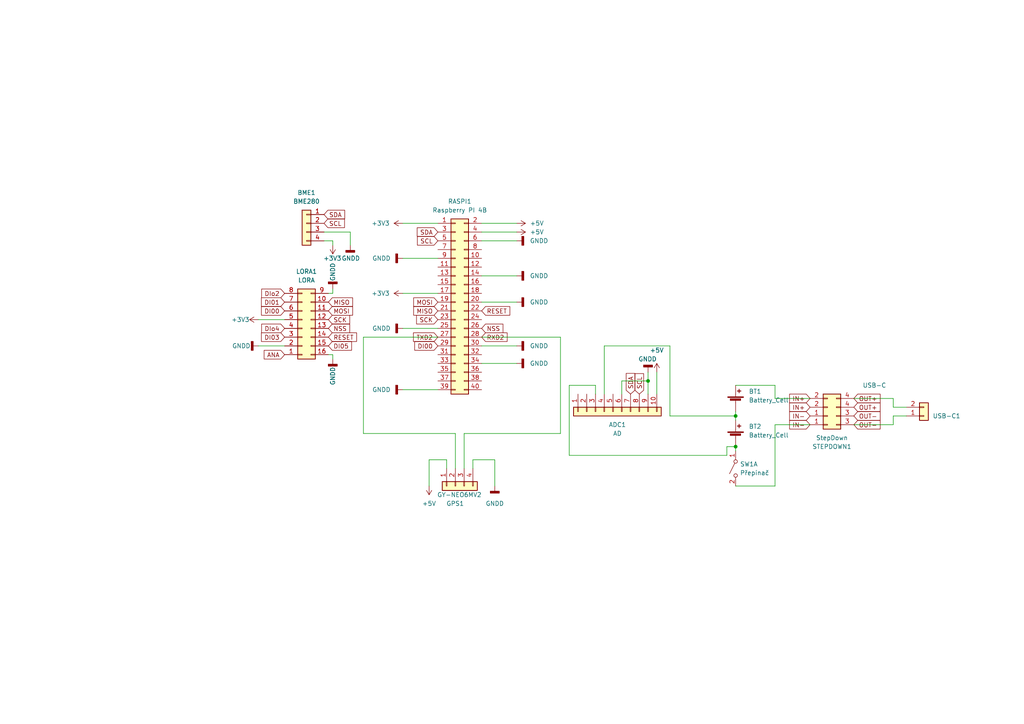
<source format=kicad_sch>
(kicad_sch (version 20211123) (generator eeschema)
  (paper "A4")
  (lib_symbols
    (symbol "Connector_Generic:Conn_01x02" (pin_names (offset 1.016) hide)
      (property "Reference" "J" (at 0 2.54 0))
      (property "Value" "Conn_01x02" (at 0 -5.08 0))
      (symbol "Conn_01x02_1_1"
        (rectangle (start -1.27 -2.413) (end 0 -2.667) (stroke (width 0.1524)))
        (rectangle (start -1.27 0.127) (end 0 -0.127) (stroke (width 0.1524)))
        (rectangle (start -1.27 1.27) (end 1.27 -3.81) (stroke (width 0.254)) (fill (type background)))
        (pin passive line (at -5.08 0 0) (length 3.81) (name "Pin_1") (number "1"))
        (pin passive line (at -5.08 -2.54 0) (length 3.81) (name "Pin_2") (number "2"))
      )
    )
    (symbol "Connector_Generic:Conn_01x04" (pin_names (offset 1.016) hide)
      (property "Reference" "J" (at 0 5.08 0))
      (property "Value" "Conn_01x04" (at 0 -7.62 0))
      (symbol "Conn_01x04_1_1"
        (rectangle (start -1.27 -4.953) (end 0 -5.207) (stroke (width 0.1524)))
        (rectangle (start -1.27 -2.413) (end 0 -2.667) (stroke (width 0.1524)))
        (rectangle (start -1.27 0.127) (end 0 -0.127) (stroke (width 0.1524)))
        (rectangle (start -1.27 2.667) (end 0 2.413) (stroke (width 0.1524)))
        (rectangle (start -1.27 3.81) (end 1.27 -6.35) (stroke (width 0.254)) (fill (type background)))
        (pin passive line (at -5.08 2.54 0) (length 3.81) (name "Pin_1") (number "1"))
        (pin passive line (at -5.08 0 0) (length 3.81) (name "Pin_2") (number "2"))
        (pin passive line (at -5.08 -2.54 0) (length 3.81) (name "Pin_3") (number "3"))
        (pin passive line (at -5.08 -5.08 0) (length 3.81) (name "Pin_4") (number "4"))
      )
    )
    (symbol "Connector_Generic:Conn_01x10" (pin_names (offset 1.016) hide)
      (property "Reference" "J" (at 0 12.7 0))
      (property "Value" "Conn_01x10" (at 0 -15.24 0))
      (symbol "Conn_01x10_1_1"
        (rectangle (start -1.27 -12.573) (end 0 -12.827) (stroke (width 0.1524)))
        (rectangle (start -1.27 -10.033) (end 0 -10.287) (stroke (width 0.1524)))
        (rectangle (start -1.27 -7.493) (end 0 -7.747) (stroke (width 0.1524)))
        (rectangle (start -1.27 -4.953) (end 0 -5.207) (stroke (width 0.1524)))
        (rectangle (start -1.27 -2.413) (end 0 -2.667) (stroke (width 0.1524)))
        (rectangle (start -1.27 0.127) (end 0 -0.127) (stroke (width 0.1524)))
        (rectangle (start -1.27 2.667) (end 0 2.413) (stroke (width 0.1524)))
        (rectangle (start -1.27 5.207) (end 0 4.953) (stroke (width 0.1524)))
        (rectangle (start -1.27 7.747) (end 0 7.493) (stroke (width 0.1524)))
        (rectangle (start -1.27 10.287) (end 0 10.033) (stroke (width 0.1524)))
        (rectangle (start -1.27 11.43) (end 1.27 -13.97) (stroke (width 0.254)) (fill (type background)))
        (pin passive line (at -5.08 10.16 0) (length 3.81) (name "Pin_1") (number "1"))
        (pin passive line (at -5.08 -12.7 0) (length 3.81) (name "Pin_10") (number "10"))
        (pin passive line (at -5.08 7.62 0) (length 3.81) (name "Pin_2") (number "2"))
        (pin passive line (at -5.08 5.08 0) (length 3.81) (name "Pin_3") (number "3"))
        (pin passive line (at -5.08 2.54 0) (length 3.81) (name "Pin_4") (number "4"))
        (pin passive line (at -5.08 0 0) (length 3.81) (name "Pin_5") (number "5"))
        (pin passive line (at -5.08 -2.54 0) (length 3.81) (name "Pin_6") (number "6"))
        (pin passive line (at -5.08 -5.08 0) (length 3.81) (name "Pin_7") (number "7"))
        (pin passive line (at -5.08 -7.62 0) (length 3.81) (name "Pin_8") (number "8"))
        (pin passive line (at -5.08 -10.16 0) (length 3.81) (name "Pin_9") (number "9"))
      )
    )
    (symbol "Connector_Generic:Conn_02x04_Odd_Even" (pin_names (offset 1.016) hide)
      (property "Reference" "J?" (at 1.27 8.89 0))
      (property "Value" "StepDown" (at 1.27 6.35 0))
      (symbol "Conn_02x04_Odd_Even_1_1"
        (rectangle (start -1.27 -4.953) (end 0 -5.207) (stroke (width 0.1524)))
        (rectangle (start -1.27 -2.413) (end 0 -2.667) (stroke (width 0.1524)))
        (rectangle (start -1.27 0.127) (end 0 -0.127) (stroke (width 0.1524)))
        (rectangle (start -1.27 2.667) (end 0 2.413) (stroke (width 0.1524)))
        (rectangle (start -1.27 3.81) (end 3.81 -6.35) (stroke (width 0.254)) (fill (type background)))
        (rectangle (start 3.81 -4.953) (end 2.54 -5.207) (stroke (width 0.1524)))
        (rectangle (start 3.81 -2.413) (end 2.54 -2.667) (stroke (width 0.1524)))
        (rectangle (start 3.81 0.127) (end 2.54 -0.127) (stroke (width 0.1524)))
        (rectangle (start 3.81 2.667) (end 2.54 2.413) (stroke (width 0.1524)))
        (pin passive line (at -5.08 2.54 0) (length 3.81) (name "Pin_1") (number "1"))
        (pin passive line (at -5.08 0 0) (length 3.81) (name "Pin_3") (number "1"))
        (pin passive line (at -5.08 -2.54 0) (length 3.81) (name "Pin_5") (number "2"))
        (pin passive line (at -5.08 -5.08 0) (length 3.81) (name "Pin_7") (number "2"))
        (pin passive line (at 7.62 2.54 180) (length 3.81) (name "Pin_2") (number "3"))
        (pin passive line (at 7.62 0 180) (length 3.81) (name "Pin_4") (number "3"))
        (pin passive line (at 7.62 -2.54 180) (length 3.81) (name "Pin_6") (number "4"))
        (pin passive line (at 7.62 -5.08 180) (length 3.81) (name "Pin_8") (number "4"))
      )
    )
    (symbol "Connector_Generic:Conn_02x08_Counter_Clockwise" (pin_names (offset 1.016) hide)
      (property "Reference" "J" (at 1.27 10.16 0))
      (property "Value" "Conn_02x08_Counter_Clockwise" (at 1.27 -12.7 0))
      (symbol "Conn_02x08_Counter_Clockwise_1_1"
        (rectangle (start -1.27 -10.033) (end 0 -10.287) (stroke (width 0.1524)))
        (rectangle (start -1.27 -7.493) (end 0 -7.747) (stroke (width 0.1524)))
        (rectangle (start -1.27 -4.953) (end 0 -5.207) (stroke (width 0.1524)))
        (rectangle (start -1.27 -2.413) (end 0 -2.667) (stroke (width 0.1524)))
        (rectangle (start -1.27 0.127) (end 0 -0.127) (stroke (width 0.1524)))
        (rectangle (start -1.27 2.667) (end 0 2.413) (stroke (width 0.1524)))
        (rectangle (start -1.27 5.207) (end 0 4.953) (stroke (width 0.1524)))
        (rectangle (start -1.27 7.747) (end 0 7.493) (stroke (width 0.1524)))
        (rectangle (start -1.27 8.89) (end 3.81 -11.43) (stroke (width 0.254)) (fill (type background)))
        (rectangle (start 3.81 -10.033) (end 2.54 -10.287) (stroke (width 0.1524)))
        (rectangle (start 3.81 -7.493) (end 2.54 -7.747) (stroke (width 0.1524)))
        (rectangle (start 3.81 -4.953) (end 2.54 -5.207) (stroke (width 0.1524)))
        (rectangle (start 3.81 -2.413) (end 2.54 -2.667) (stroke (width 0.1524)))
        (rectangle (start 3.81 0.127) (end 2.54 -0.127) (stroke (width 0.1524)))
        (rectangle (start 3.81 2.667) (end 2.54 2.413) (stroke (width 0.1524)))
        (rectangle (start 3.81 5.207) (end 2.54 4.953) (stroke (width 0.1524)))
        (rectangle (start 3.81 7.747) (end 2.54 7.493) (stroke (width 0.1524)))
        (pin passive line (at -5.08 7.62 0) (length 3.81) (name "Pin_1") (number "1"))
        (pin passive line (at 7.62 -7.62 180) (length 3.81) (name "Pin_10") (number "10"))
        (pin passive line (at 7.62 -5.08 180) (length 3.81) (name "Pin_11") (number "11"))
        (pin passive line (at 7.62 -2.54 180) (length 3.81) (name "Pin_12") (number "12"))
        (pin passive line (at 7.62 0 180) (length 3.81) (name "Pin_13") (number "13"))
        (pin passive line (at 7.62 2.54 180) (length 3.81) (name "Pin_14") (number "14"))
        (pin passive line (at 7.62 5.08 180) (length 3.81) (name "Pin_15") (number "15"))
        (pin passive line (at 7.62 7.62 180) (length 3.81) (name "Pin_16") (number "16"))
        (pin passive line (at -5.08 5.08 0) (length 3.81) (name "Pin_2") (number "2"))
        (pin passive line (at -5.08 2.54 0) (length 3.81) (name "Pin_3") (number "3"))
        (pin passive line (at -5.08 0 0) (length 3.81) (name "Pin_4") (number "4"))
        (pin passive line (at -5.08 -2.54 0) (length 3.81) (name "Pin_5") (number "5"))
        (pin passive line (at -5.08 -5.08 0) (length 3.81) (name "Pin_6") (number "6"))
        (pin passive line (at -5.08 -7.62 0) (length 3.81) (name "Pin_7") (number "7"))
        (pin passive line (at -5.08 -10.16 0) (length 3.81) (name "Pin_8") (number "8"))
        (pin passive line (at 7.62 -10.16 180) (length 3.81) (name "Pin_9") (number "9"))
      )
    )
    (symbol "Connector_Generic:Conn_02x20_Odd_Even" (pin_names (offset 1.016) hide)
      (property "Reference" "J" (at 1.27 25.4 0))
      (property "Value" "Conn_02x20_Odd_Even" (at 1.27 -27.94 0))
      (symbol "Conn_02x20_Odd_Even_1_1"
        (rectangle (start -1.27 -25.273) (end 0 -25.527) (stroke (width 0.1524)))
        (rectangle (start -1.27 -22.733) (end 0 -22.987) (stroke (width 0.1524)))
        (rectangle (start -1.27 -20.193) (end 0 -20.447) (stroke (width 0.1524)))
        (rectangle (start -1.27 -17.653) (end 0 -17.907) (stroke (width 0.1524)))
        (rectangle (start -1.27 -15.113) (end 0 -15.367) (stroke (width 0.1524)))
        (rectangle (start -1.27 -12.573) (end 0 -12.827) (stroke (width 0.1524)))
        (rectangle (start -1.27 -10.033) (end 0 -10.287) (stroke (width 0.1524)))
        (rectangle (start -1.27 -7.493) (end 0 -7.747) (stroke (width 0.1524)))
        (rectangle (start -1.27 -4.953) (end 0 -5.207) (stroke (width 0.1524)))
        (rectangle (start -1.27 -2.413) (end 0 -2.667) (stroke (width 0.1524)))
        (rectangle (start -1.27 0.127) (end 0 -0.127) (stroke (width 0.1524)))
        (rectangle (start -1.27 2.667) (end 0 2.413) (stroke (width 0.1524)))
        (rectangle (start -1.27 5.207) (end 0 4.953) (stroke (width 0.1524)))
        (rectangle (start -1.27 7.747) (end 0 7.493) (stroke (width 0.1524)))
        (rectangle (start -1.27 10.287) (end 0 10.033) (stroke (width 0.1524)))
        (rectangle (start -1.27 12.827) (end 0 12.573) (stroke (width 0.1524)))
        (rectangle (start -1.27 15.367) (end 0 15.113) (stroke (width 0.1524)))
        (rectangle (start -1.27 17.907) (end 0 17.653) (stroke (width 0.1524)))
        (rectangle (start -1.27 20.447) (end 0 20.193) (stroke (width 0.1524)))
        (rectangle (start -1.27 22.987) (end 0 22.733) (stroke (width 0.1524)))
        (rectangle (start -1.27 24.13) (end 3.81 -26.67) (stroke (width 0.254)) (fill (type background)))
        (rectangle (start 3.81 -25.273) (end 2.54 -25.527) (stroke (width 0.1524)))
        (rectangle (start 3.81 -22.733) (end 2.54 -22.987) (stroke (width 0.1524)))
        (rectangle (start 3.81 -20.193) (end 2.54 -20.447) (stroke (width 0.1524)))
        (rectangle (start 3.81 -17.653) (end 2.54 -17.907) (stroke (width 0.1524)))
        (rectangle (start 3.81 -15.113) (end 2.54 -15.367) (stroke (width 0.1524)))
        (rectangle (start 3.81 -12.573) (end 2.54 -12.827) (stroke (width 0.1524)))
        (rectangle (start 3.81 -10.033) (end 2.54 -10.287) (stroke (width 0.1524)))
        (rectangle (start 3.81 -7.493) (end 2.54 -7.747) (stroke (width 0.1524)))
        (rectangle (start 3.81 -4.953) (end 2.54 -5.207) (stroke (width 0.1524)))
        (rectangle (start 3.81 -2.413) (end 2.54 -2.667) (stroke (width 0.1524)))
        (rectangle (start 3.81 0.127) (end 2.54 -0.127) (stroke (width 0.1524)))
        (rectangle (start 3.81 2.667) (end 2.54 2.413) (stroke (width 0.1524)))
        (rectangle (start 3.81 5.207) (end 2.54 4.953) (stroke (width 0.1524)))
        (rectangle (start 3.81 7.747) (end 2.54 7.493) (stroke (width 0.1524)))
        (rectangle (start 3.81 10.287) (end 2.54 10.033) (stroke (width 0.1524)))
        (rectangle (start 3.81 12.827) (end 2.54 12.573) (stroke (width 0.1524)))
        (rectangle (start 3.81 15.367) (end 2.54 15.113) (stroke (width 0.1524)))
        (rectangle (start 3.81 17.907) (end 2.54 17.653) (stroke (width 0.1524)))
        (rectangle (start 3.81 20.447) (end 2.54 20.193) (stroke (width 0.1524)))
        (rectangle (start 3.81 22.987) (end 2.54 22.733) (stroke (width 0.1524)))
        (pin passive line (at -5.08 22.86 0) (length 3.81) (name "Pin_1") (number "1"))
        (pin passive line (at 7.62 12.7 180) (length 3.81) (name "Pin_10") (number "10"))
        (pin passive line (at -5.08 10.16 0) (length 3.81) (name "Pin_11") (number "11"))
        (pin passive line (at 7.62 10.16 180) (length 3.81) (name "Pin_12") (number "12"))
        (pin passive line (at -5.08 7.62 0) (length 3.81) (name "Pin_13") (number "13"))
        (pin passive line (at 7.62 7.62 180) (length 3.81) (name "Pin_14") (number "14"))
        (pin passive line (at -5.08 5.08 0) (length 3.81) (name "Pin_15") (number "15"))
        (pin passive line (at 7.62 5.08 180) (length 3.81) (name "Pin_16") (number "16"))
        (pin passive line (at -5.08 2.54 0) (length 3.81) (name "Pin_17") (number "17"))
        (pin passive line (at 7.62 2.54 180) (length 3.81) (name "Pin_18") (number "18"))
        (pin passive line (at -5.08 0 0) (length 3.81) (name "Pin_19") (number "19"))
        (pin passive line (at 7.62 22.86 180) (length 3.81) (name "Pin_2") (number "2"))
        (pin passive line (at 7.62 0 180) (length 3.81) (name "Pin_20") (number "20"))
        (pin passive line (at -5.08 -2.54 0) (length 3.81) (name "Pin_21") (number "21"))
        (pin passive line (at 7.62 -2.54 180) (length 3.81) (name "Pin_22") (number "22"))
        (pin passive line (at -5.08 -5.08 0) (length 3.81) (name "Pin_23") (number "23"))
        (pin passive line (at 7.62 -5.08 180) (length 3.81) (name "Pin_24") (number "24"))
        (pin passive line (at -5.08 -7.62 0) (length 3.81) (name "Pin_25") (number "25"))
        (pin passive line (at 7.62 -7.62 180) (length 3.81) (name "Pin_26") (number "26"))
        (pin passive line (at -5.08 -10.16 0) (length 3.81) (name "Pin_27") (number "27"))
        (pin passive line (at 7.62 -10.16 180) (length 3.81) (name "Pin_28") (number "28"))
        (pin passive line (at -5.08 -12.7 0) (length 3.81) (name "Pin_29") (number "29"))
        (pin passive line (at -5.08 20.32 0) (length 3.81) (name "Pin_3") (number "3"))
        (pin passive line (at 7.62 -12.7 180) (length 3.81) (name "Pin_30") (number "30"))
        (pin passive line (at -5.08 -15.24 0) (length 3.81) (name "Pin_31") (number "31"))
        (pin passive line (at 7.62 -15.24 180) (length 3.81) (name "Pin_32") (number "32"))
        (pin passive line (at -5.08 -17.78 0) (length 3.81) (name "Pin_33") (number "33"))
        (pin passive line (at 7.62 -17.78 180) (length 3.81) (name "Pin_34") (number "34"))
        (pin passive line (at -5.08 -20.32 0) (length 3.81) (name "Pin_35") (number "35"))
        (pin passive line (at 7.62 -20.32 180) (length 3.81) (name "Pin_36") (number "36"))
        (pin passive line (at -5.08 -22.86 0) (length 3.81) (name "Pin_37") (number "37"))
        (pin passive line (at 7.62 -22.86 180) (length 3.81) (name "Pin_38") (number "38"))
        (pin passive line (at -5.08 -25.4 0) (length 3.81) (name "Pin_39") (number "39"))
        (pin passive line (at 7.62 20.32 180) (length 3.81) (name "Pin_4") (number "4"))
        (pin passive line (at 7.62 -25.4 180) (length 3.81) (name "Pin_40") (number "40"))
        (pin passive line (at -5.08 17.78 0) (length 3.81) (name "Pin_5") (number "5"))
        (pin passive line (at 7.62 17.78 180) (length 3.81) (name "Pin_6") (number "6"))
        (pin passive line (at -5.08 15.24 0) (length 3.81) (name "Pin_7") (number "7"))
        (pin passive line (at 7.62 15.24 180) (length 3.81) (name "Pin_8") (number "8"))
        (pin passive line (at -5.08 12.7 0) (length 3.81) (name "Pin_9") (number "9"))
      )
    )
    (symbol "Device:Battery_Cell" (pin_numbers hide) (pin_names (offset 0) hide)
      (property "Reference" "BT" (at 2.54 2.54 0))
      (property "Value" "Battery_Cell" (at 2.54 0 0))
      (symbol "Battery_Cell_0_1"
        (rectangle (start -2.286 1.778) (end 2.286 1.524) (fill (type outline)))
        (rectangle (start -1.5748 1.1938) (end 1.4732 0.6858) (fill (type outline)))
        (polyline (pts (xy 0 0.762) (xy 0 0)))
        (polyline (pts (xy 0 1.778) (xy 0 2.54)))
        (polyline (pts (xy 0.508 3.429) (xy 1.524 3.429)) (stroke (width 0.254)))
        (polyline (pts (xy 1.016 3.937) (xy 1.016 2.921)) (stroke (width 0.254)))
      )
      (symbol "Battery_Cell_1_1"
        (pin passive line (at 0 5.08 270) (length 2.54) (name "+") (number "1"))
        (pin passive line (at 0 -2.54 90) (length 2.54) (name "-") (number "2"))
      )
    )
    (symbol "Switch:SW_DPST_x2" (pin_names (offset 0) hide)
      (property "Reference" "SW" (at 0 3.175 0))
      (property "Value" "SW_DPST_x2" (at 0 -2.54 0))
      (symbol "SW_DPST_x2_0_0"
        (circle (center -2.032 0) (radius 0.508))
        (polyline (pts (xy -1.524 0.254) (xy 1.524 1.778)))
        (circle (center 2.032 0) (radius 0.508))
      )
      (symbol "SW_DPST_x2_1_1"
        (pin passive line (at -5.08 0 0) (length 2.54) (name "A") (number "1"))
        (pin passive line (at 5.08 0 180) (length 2.54) (name "B") (number "2"))
      )
      (symbol "SW_DPST_x2_2_1"
        (pin passive line (at -5.08 0 0) (length 2.54) (name "A") (number "3"))
        (pin passive line (at 5.08 0 180) (length 2.54) (name "B") (number "4"))
      )
    )
    (symbol "power:+3V3" (power) (pin_names (offset 0))
      (property "Value" "+3V3" (at 0 3.556 0))
      (symbol "+3V3_0_1"
        (polyline (pts (xy -0.762 1.27) (xy 0 2.54)))
        (polyline (pts (xy 0 0) (xy 0 2.54)))
        (polyline (pts (xy 0 2.54) (xy 0.762 1.27)))
      )
      (symbol "+3V3_1_1"
        (pin power_in line (at 0 0 90) (length 0) hide (name "+3V3") (number "1"))
      )
    )
    (symbol "power:+5V" (power) (pin_names (offset 0))
      (property "Value" "+5V" (at 0 3.556 0))
      (symbol "+5V_0_1"
        (polyline (pts (xy -0.762 1.27) (xy 0 2.54)))
        (polyline (pts (xy 0 0) (xy 0 2.54)))
        (polyline (pts (xy 0 2.54) (xy 0.762 1.27)))
      )
      (symbol "+5V_1_1"
        (pin power_in line (at 0 0 90) (length 0) hide (name "+5V") (number "1"))
      )
    )
    (symbol "power:GNDD" (power) (pin_names (offset 0))
      (property "Value" "GNDD" (at 0 -3.175 0))
      (symbol "GNDD_0_1"
        (rectangle (start -1.27 -1.524) (end 1.27 -2.032) (stroke (width 0.254)) (fill (type outline)))
        (polyline (pts (xy 0 0) (xy 0 -1.524)))
      )
      (symbol "GNDD_1_1"
        (pin power_in line (at 0 0 270) (length 0) hide (name "GNDD") (number "1"))
      )
    )
  )
  (junction (at 187.96 110.49))
  (junction (at 213.36 129.54))
  (junction (at 213.36 120.65))
  (wire (pts (xy 162.56 97.79) (xy 139.7 97.79)))
  (wire (pts (xy 213.36 120.65) (xy 213.36 121.92)))
  (wire (pts (xy 187.96 110.49) (xy 180.34 110.49)))
  (wire (pts (xy 139.7 64.77) (xy 149.86 64.77)))
  (wire (pts (xy 116.84 85.09) (xy 127 85.09)))
  (wire (pts (xy 105.41 97.79) (xy 127 97.79)))
  (wire (pts (xy 262.89 120.65) (xy 259.08 120.65)))
  (wire (pts (xy 162.56 125.73) (xy 162.56 97.79)))
  (wire (pts (xy 190.5 107.95) (xy 190.5 114.3)))
  (wire (pts (xy 74.93 92.71) (xy 82.55 92.71)))
  (wire (pts (xy 213.36 140.97) (xy 224.79 140.97)))
  (wire (pts (xy 165.1 111.76) (xy 165.1 132.08)))
  (wire (pts (xy 262.89 118.11) (xy 259.08 118.11)))
  (wire (pts (xy 96.52 71.12) (xy 96.52 69.85)))
  (wire (pts (xy 137.16 133.35) (xy 137.16 135.89)))
  (wire (pts (xy 74.93 100.33) (xy 82.55 100.33)))
  (wire (pts (xy 96.52 69.85) (xy 93.98 69.85)))
  (wire (pts (xy 213.36 111.76) (xy 224.79 111.76)))
  (wire (pts (xy 139.7 80.01) (xy 149.86 80.01)))
  (wire (pts (xy 224.79 115.57) (xy 234.95 115.57)))
  (wire (pts (xy 132.08 125.73) (xy 105.41 125.73)))
  (wire (pts (xy 116.84 74.93) (xy 127 74.93)))
  (wire (pts (xy 139.7 69.85) (xy 149.86 69.85)))
  (wire (pts (xy 134.62 135.89) (xy 134.62 125.73)))
  (wire (pts (xy 210.82 132.08) (xy 210.82 129.54)))
  (wire (pts (xy 259.08 123.19) (xy 247.65 123.19)))
  (wire (pts (xy 224.79 111.76) (xy 224.79 115.57)))
  (wire (pts (xy 105.41 125.73) (xy 105.41 97.79)))
  (wire (pts (xy 96.52 85.09) (xy 95.25 85.09)))
  (wire (pts (xy 259.08 118.11) (xy 259.08 115.57)))
  (wire (pts (xy 213.36 129.54) (xy 213.36 130.81)))
  (wire (pts (xy 134.62 125.73) (xy 162.56 125.73)))
  (wire (pts (xy 210.82 129.54) (xy 213.36 129.54)))
  (wire (pts (xy 175.26 100.33) (xy 175.26 114.3)))
  (wire (pts (xy 213.36 119.38) (xy 213.36 120.65)))
  (wire (pts (xy 129.54 135.89) (xy 129.54 133.35)))
  (wire (pts (xy 165.1 132.08) (xy 210.82 132.08)))
  (wire (pts (xy 194.31 100.33) (xy 175.26 100.33)))
  (wire (pts (xy 194.31 120.65) (xy 213.36 120.65)))
  (wire (pts (xy 187.96 107.95) (xy 187.96 110.49)))
  (wire (pts (xy 172.72 111.76) (xy 165.1 111.76)))
  (wire (pts (xy 132.08 135.89) (xy 132.08 125.73)))
  (wire (pts (xy 139.7 100.33) (xy 149.86 100.33)))
  (wire (pts (xy 95.25 102.87) (xy 96.52 102.87)))
  (wire (pts (xy 180.34 110.49) (xy 180.34 114.3)))
  (wire (pts (xy 101.6 67.31) (xy 101.6 71.12)))
  (wire (pts (xy 124.46 133.35) (xy 124.46 140.97)))
  (wire (pts (xy 139.7 87.63) (xy 149.86 87.63)))
  (wire (pts (xy 96.52 102.87) (xy 96.52 104.14)))
  (wire (pts (xy 259.08 120.65) (xy 259.08 123.19)))
  (wire (pts (xy 194.31 100.33) (xy 194.31 120.65)))
  (wire (pts (xy 224.79 123.19) (xy 234.95 123.19)))
  (wire (pts (xy 96.52 83.82) (xy 96.52 85.09)))
  (wire (pts (xy 143.51 133.35) (xy 143.51 140.97)))
  (wire (pts (xy 187.96 110.49) (xy 187.96 114.3)))
  (wire (pts (xy 224.79 123.19) (xy 224.79 140.97)))
  (wire (pts (xy 116.84 95.25) (xy 127 95.25)))
  (wire (pts (xy 137.16 133.35) (xy 143.51 133.35)))
  (wire (pts (xy 93.98 67.31) (xy 101.6 67.31)))
  (wire (pts (xy 116.84 113.03) (xy 127 113.03)))
  (wire (pts (xy 139.7 105.41) (xy 149.86 105.41)))
  (wire (pts (xy 116.84 64.77) (xy 127 64.77)))
  (wire (pts (xy 129.54 133.35) (xy 124.46 133.35)))
  (wire (pts (xy 247.65 115.57) (xy 259.08 115.57)))
  (wire (pts (xy 139.7 67.31) (xy 149.86 67.31)))
  (wire (pts (xy 172.72 114.3) (xy 172.72 111.76)))
  (global_label "SCK" (shape input) (at 95.25 92.71 0) (property "Intersheet References" "${INTERSHEET_REFS}" (effects hide)))
  (global_label "OUT+" (shape input) (at 247.65 115.57 0) (property "Intersheet References" "${INTERSHEET_REFS}" (effects hide)))
  (global_label "DI01" (shape input) (at 82.55 87.63 180) (property "Intersheet References" "${INTERSHEET_REFS}" (effects hide)))
  (global_label "SCL" (shape input) (at 185.42 114.3 90) (property "Intersheet References" "${INTERSHEET_REFS}" (effects hide)))
  (global_label "OUT-" (shape input) (at 247.65 123.19 0) (property "Intersheet References" "${INTERSHEET_REFS}" (effects hide)))
  (global_label "RESET" (shape input) (at 139.7 90.17 0) (property "Intersheet References" "${INTERSHEET_REFS}" (effects hide)))
  (global_label "DI03" (shape input) (at 82.55 97.79 180) (property "Intersheet References" "${INTERSHEET_REFS}" (effects hide)))
  (global_label "SDA" (shape input) (at 182.88 114.3 90) (property "Intersheet References" "${INTERSHEET_REFS}" (effects hide)))
  (global_label "DI05" (shape input) (at 95.25 100.33 0) (property "Intersheet References" "${INTERSHEET_REFS}" (effects hide)))
  (global_label "SDA" (shape input) (at 127 67.31 180) (property "Intersheet References" "${INTERSHEET_REFS}" (effects hide)))
  (global_label "DIo4" (shape input) (at 82.55 95.25 180) (property "Intersheet References" "${INTERSHEET_REFS}" (effects hide)))
  (global_label "DI00" (shape input) (at 127 100.33 180) (property "Intersheet References" "${INTERSHEET_REFS}" (effects hide)))
  (global_label "TXD2" (shape input) (at 127 97.79 180) (property "Intersheet References" "${INTERSHEET_REFS}" (effects hide)))
  (global_label "SCL" (shape input) (at 127 69.85 180) (property "Intersheet References" "${INTERSHEET_REFS}" (effects hide)))
  (global_label "OUT+" (shape input) (at 247.65 118.11 0) (property "Intersheet References" "${INTERSHEET_REFS}" (effects hide)))
  (global_label "ANA" (shape input) (at 82.55 102.87 180) (property "Intersheet References" "${INTERSHEET_REFS}" (effects hide)))
  (global_label "SCK" (shape input) (at 127 92.71 180) (property "Intersheet References" "${INTERSHEET_REFS}" (effects hide)))
  (global_label "DI00" (shape input) (at 82.55 90.17 180) (property "Intersheet References" "${INTERSHEET_REFS}" (effects hide)))
  (global_label "IN+" (shape input) (at 234.95 118.11 180) (property "Intersheet References" "${INTERSHEET_REFS}" (effects hide)))
  (global_label "IN-" (shape input) (at 234.95 120.65 180) (property "Intersheet References" "${INTERSHEET_REFS}" (effects hide)))
  (global_label "MISO" (shape input) (at 127 90.17 180) (property "Intersheet References" "${INTERSHEET_REFS}" (effects hide)))
  (global_label "SCL" (shape input) (at 93.98 64.77 0) (property "Intersheet References" "${INTERSHEET_REFS}" (effects hide)))
  (global_label "SDA" (shape input) (at 93.98 62.23 0) (property "Intersheet References" "${INTERSHEET_REFS}" (effects hide)))
  (global_label "MISO" (shape input) (at 95.25 87.63 0) (property "Intersheet References" "${INTERSHEET_REFS}" (effects hide)))
  (global_label "MOSI" (shape input) (at 95.25 90.17 0) (property "Intersheet References" "${INTERSHEET_REFS}" (effects hide)))
  (global_label "NSS" (shape input) (at 139.7 95.25 0) (property "Intersheet References" "${INTERSHEET_REFS}" (effects hide)))
  (global_label "RXD2" (shape input) (at 139.7 97.79 0) (property "Intersheet References" "${INTERSHEET_REFS}" (effects hide)))
  (global_label "OUT-" (shape input) (at 247.65 120.65 0) (property "Intersheet References" "${INTERSHEET_REFS}" (effects hide)))
  (global_label "NSS" (shape input) (at 95.25 95.25 0) (property "Intersheet References" "${INTERSHEET_REFS}" (effects hide)))
  (global_label "RESET" (shape input) (at 95.25 97.79 0) (property "Intersheet References" "${INTERSHEET_REFS}" (effects hide)))
  (global_label "MOSI" (shape input) (at 127 87.63 180) (property "Intersheet References" "${INTERSHEET_REFS}" (effects hide)))
  (global_label "IN-" (shape input) (at 234.95 123.19 180) (property "Intersheet References" "${INTERSHEET_REFS}" (effects hide)))
  (global_label "IN+" (shape input) (at 234.95 115.57 180) (property "Intersheet References" "${INTERSHEET_REFS}" (effects hide)))
  (global_label "DIo2" (shape input) (at 82.55 85.09 180) (property "Intersheet References" "${INTERSHEET_REFS}" (effects hide)))
  (symbol (lib_id "power:GNDD") (at 96.52 83.82 180) (unit 1)
    (property "Reference" "#PWR0120" (effects hide))
    (property "Value" "GNDD" (at 96.52 76.2 90) (effects (justify left)))
  )
  (symbol (lib_id "Connector_Generic:Conn_01x04") (at 132.08 140.97 90) (mirror x) (unit 1)
    (property "Reference" "GPS1" (at 134.62 146.05 90) (effects (justify left)))
    (property "Value" "GY-NEO6MV2" (at 139.7 143.51 90) (effects (justify left)))
    (property "Footprint" "Moje_LIB:GPS" (effects hide))
  )
  (symbol (lib_id "power:+5V") (at 149.86 64.77 270) (unit 1)
    (property "Reference" "#PWR0105" (effects hide))
    (property "Value" "+5V" (at 153.67 64.7699 90) (effects (justify left)))
  )
  (symbol (lib_id "power:GNDD") (at 187.96 107.95 180) (unit 1)
    (property "Reference" "#PWR0121" (effects hide))
    (property "Value" "GNDD" (at 190.5 104.14 0) (effects (justify left)))
  )
  (symbol (lib_id "power:GNDD") (at 149.86 69.85 90) (unit 1)
    (property "Reference" "#PWR0103" (effects hide))
    (property "Value" "GNDD" (at 153.67 69.8499 90) (effects (justify right)))
  )
  (symbol (lib_id "power:GNDD") (at 149.86 105.41 90) (unit 1)
    (property "Reference" "#PWR0107" (effects hide))
    (property "Value" "GNDD" (at 153.67 105.4099 90) (effects (justify right)))
  )
  (symbol (lib_id "power:GNDD") (at 116.84 113.03 270) (unit 1)
    (property "Reference" "#PWR0116" (effects hide))
    (property "Value" "GNDD" (at 107.95 113.03 90) (effects (justify left)))
  )
  (symbol (lib_id "power:GNDD") (at 149.86 87.63 90) (unit 1)
    (property "Reference" "#PWR0108" (effects hide))
    (property "Value" "GNDD" (at 153.67 87.6299 90) (effects (justify right)))
  )
  (symbol (lib_id "power:GNDD") (at 116.84 74.93 270) (unit 1)
    (property "Reference" "#PWR0112" (effects hide))
    (property "Value" "GNDD" (at 107.95 74.93 90) (effects (justify left)))
  )
  (symbol (lib_id "power:+5V") (at 149.86 67.31 270) (unit 1)
    (property "Reference" "#PWR0104" (effects hide))
    (property "Value" "+5V" (at 153.67 67.3099 90) (effects (justify left)))
  )
  (symbol (lib_id "Device:Battery_Cell") (at 213.36 127 0) (unit 1)
    (property "Reference" "BT2" (at 217.17 123.6979 0) (effects (justify left)))
    (property "Value" "Battery_Cell" (at 217.17 126.2379 0) (effects (justify left)))
    (property "Footprint" "Moje_LIB:Battery box" (effects hide))
  )
  (symbol (lib_id "power:GNDD") (at 149.86 80.01 90) (unit 1)
    (property "Reference" "#PWR0106" (effects hide))
    (property "Value" "GNDD" (at 153.67 80.0099 90) (effects (justify right)))
  )
  (symbol (lib_id "power:+5V") (at 124.46 140.97 180) (unit 1)
    (property "Reference" "#PWR0102" (effects hide))
    (property "Value" "+5V" (at 124.46 146.05 0))
  )
  (symbol (lib_id "power:+5V") (at 190.5 107.95 0) (unit 1)
    (property "Reference" "#PWR0122" (effects hide))
    (property "Value" "+5V" (at 190.5 101.6 0))
  )
  (symbol (lib_id "power:GNDD") (at 74.93 100.33 270) (unit 1)
    (property "Reference" "#PWR0117" (effects hide))
    (property "Value" "GNDD" (at 67.31 100.33 90) (effects (justify left)))
  )
  (symbol (lib_id "power:GNDD") (at 149.86 100.33 90) (unit 1)
    (property "Reference" "#PWR0109" (effects hide))
    (property "Value" "GNDD" (at 153.67 100.3299 90) (effects (justify right)))
  )
  (symbol (lib_id "power:GNDD") (at 96.52 104.14 0) (unit 1)
    (property "Reference" "#PWR0114" (effects hide))
    (property "Value" "GNDD" (at 96.52 111.76 90) (effects (justify left)))
  )
  (symbol (lib_id "power:+3V3") (at 116.84 64.77 90) (unit 1)
    (property "Reference" "#PWR0113" (effects hide))
    (property "Value" "+3V3" (at 113.03 64.7699 90) (effects (justify left)))
  )
  (symbol (lib_id "power:GNDD") (at 143.51 140.97 0) (unit 1)
    (property "Reference" "#PWR0101" (effects hide))
    (property "Value" "GNDD" (at 143.51 146.05 0))
  )
  (symbol (lib_id "Connector_Generic:Conn_01x10") (at 177.8 119.38 90) (mirror x) (unit 1)
    (property "Reference" "ADC1" (at 179.07 123.19 90))
    (property "Value" "AD" (at 179.07 125.73 90))
    (property "Footprint" "Moje_LIB:AD" (effects hide))
  )
  (symbol (lib_id "Connector_Generic:Conn_02x08_Counter_Clockwise") (at 87.63 95.25 0) (mirror x) (unit 1)
    (property "Reference" "LORA1" (at 88.9 78.74 0))
    (property "Value" "LORA" (at 88.9 81.28 0))
    (property "Footprint" "Moje_LIB:Lora deska" (effects hide))
  )
  (symbol (lib_id "Device:Battery_Cell") (at 213.36 116.84 0) (unit 1)
    (property "Reference" "BT1" (at 217.17 113.5379 0) (effects (justify left)))
    (property "Value" "Battery_Cell" (at 217.17 116.0779 0) (effects (justify left)))
    (property "Footprint" "Moje_LIB:Battery box" (effects hide))
  )
  (symbol (lib_id "Connector_Generic:Conn_01x02") (at 267.97 120.65 0) (mirror x) (unit 1)
    (property "Reference" "USB-C1" (at 270.51 120.6501 0) (effects (justify left)))
    (property "Value" "USB-C" (at 250.19 111.76 0) (effects (justify left)))
    (property "Footprint" "Connector_JST:JST_XH_B2B-XH-A_1x02_P2.50mm_Vertical" (effects hide))
  )
  (symbol (lib_id "power:+3V3") (at 74.93 92.71 90) (unit 1)
    (property "Reference" "#PWR0118" (effects hide))
    (property "Value" "+3V3" (at 72.39 92.71 90) (effects (justify left)))
  )
  (symbol (lib_id "Switch:SW_DPST_x2") (at 213.36 135.89 90) (mirror x) (unit 1)
    (property "Reference" "SW1" (at 214.63 134.6199 90) (effects (justify right)))
    (property "Value" "Přepínač" (at 214.63 137.1599 90) (effects (justify right)))
    (property "Footprint" "Connector_JST:JST_XH_B2B-XH-A_1x02_P2.50mm_Vertical" (effects hide))
  )
  (symbol (lib_id "power:GNDD") (at 101.6 71.12 0) (unit 1)
    (property "Reference" "#PWR0110" (effects hide))
    (property "Value" "GNDD" (at 99.06 74.93 0) (effects (justify left)))
  )
  (symbol (lib_id "power:GNDD") (at 116.84 95.25 270) (unit 1)
    (property "Reference" "#PWR0115" (effects hide))
    (property "Value" "GNDD" (at 107.95 95.25 90) (effects (justify left)))
  )
  (symbol (lib_id "Connector_Generic:Conn_01x04") (at 88.9 64.77 0) (mirror y) (unit 1)
    (property "Reference" "BME1" (at 88.9 55.88 0))
    (property "Value" "BME280" (at 88.9 58.42 0))
    (property "Footprint" "Moje_LIB:BME280" (effects hide))
  )
  (symbol (lib_id "power:+3V3") (at 116.84 85.09 90) (unit 1)
    (property "Reference" "#PWR0119" (effects hide))
    (property "Value" "+3V3" (at 113.03 85.0899 90) (effects (justify left)))
  )
  (symbol (lib_id "Connector_Generic:Conn_02x20_Odd_Even") (at 132.08 87.63 0) (unit 1)
    (property "Reference" "RASPI1" (at 133.35 58.42 0))
    (property "Value" "Raspberry PI 4B" (at 133.35 60.96 0))
    (property "Footprint" "Moje_LIB:Raspberry pi 4B" (effects hide))
  )
  (symbol (lib_id "power:+3V3") (at 96.52 71.12 180) (unit 1)
    (property "Reference" "#PWR0111" (effects hide))
    (property "Value" "+3V3" (at 99.06 74.93 0) (effects (justify left)))
  )
  (symbol (lib_id "Connector_Generic:Conn_02x04_Odd_Even") (at 240.03 120.65 0) (mirror x) (unit 1)
    (property "Reference" "STEPDOWN1" (at 241.3 129.54 0))
    (property "Value" "StepDown" (at 241.3 127 0))
    (property "Footprint" "Moje_LIB:StepDown" (effects hide))
  )
)
</source>
